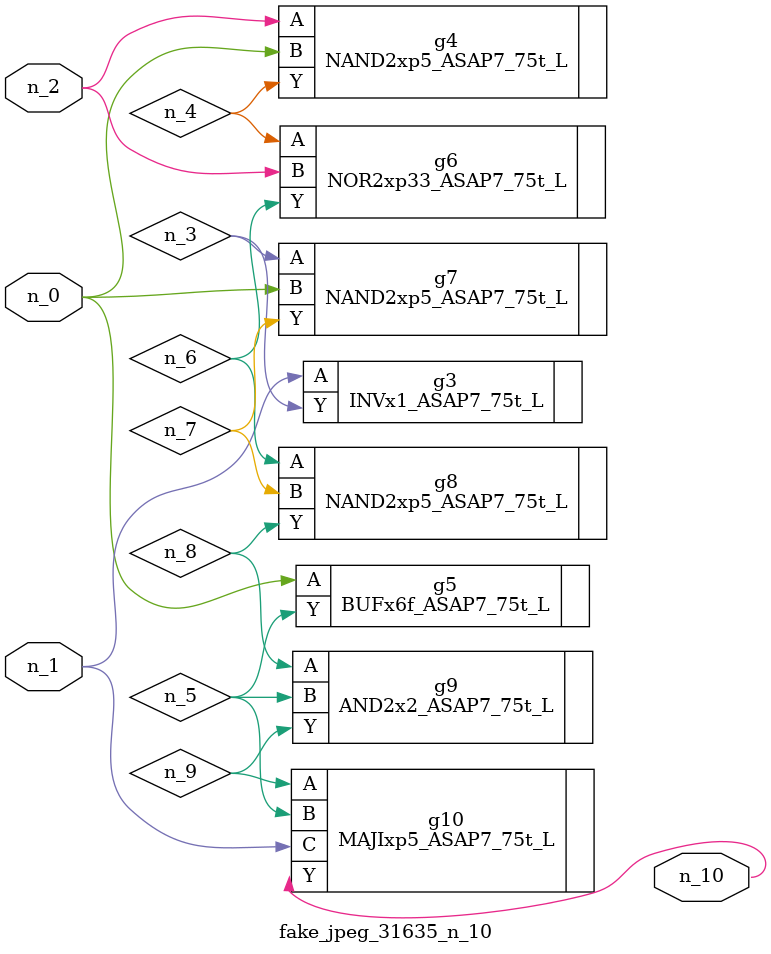
<source format=v>
module fake_jpeg_31635_n_10 (n_0, n_2, n_1, n_10);

input n_0;
input n_2;
input n_1;

output n_10;

wire n_3;
wire n_4;
wire n_8;
wire n_9;
wire n_6;
wire n_5;
wire n_7;

INVx1_ASAP7_75t_L g3 ( 
.A(n_1),
.Y(n_3)
);

NAND2xp5_ASAP7_75t_L g4 ( 
.A(n_2),
.B(n_0),
.Y(n_4)
);

BUFx6f_ASAP7_75t_L g5 ( 
.A(n_0),
.Y(n_5)
);

NOR2xp33_ASAP7_75t_L g6 ( 
.A(n_4),
.B(n_2),
.Y(n_6)
);

NAND2xp5_ASAP7_75t_L g8 ( 
.A(n_6),
.B(n_7),
.Y(n_8)
);

NAND2xp5_ASAP7_75t_L g7 ( 
.A(n_3),
.B(n_0),
.Y(n_7)
);

AND2x2_ASAP7_75t_L g9 ( 
.A(n_8),
.B(n_5),
.Y(n_9)
);

MAJIxp5_ASAP7_75t_L g10 ( 
.A(n_9),
.B(n_5),
.C(n_1),
.Y(n_10)
);


endmodule
</source>
